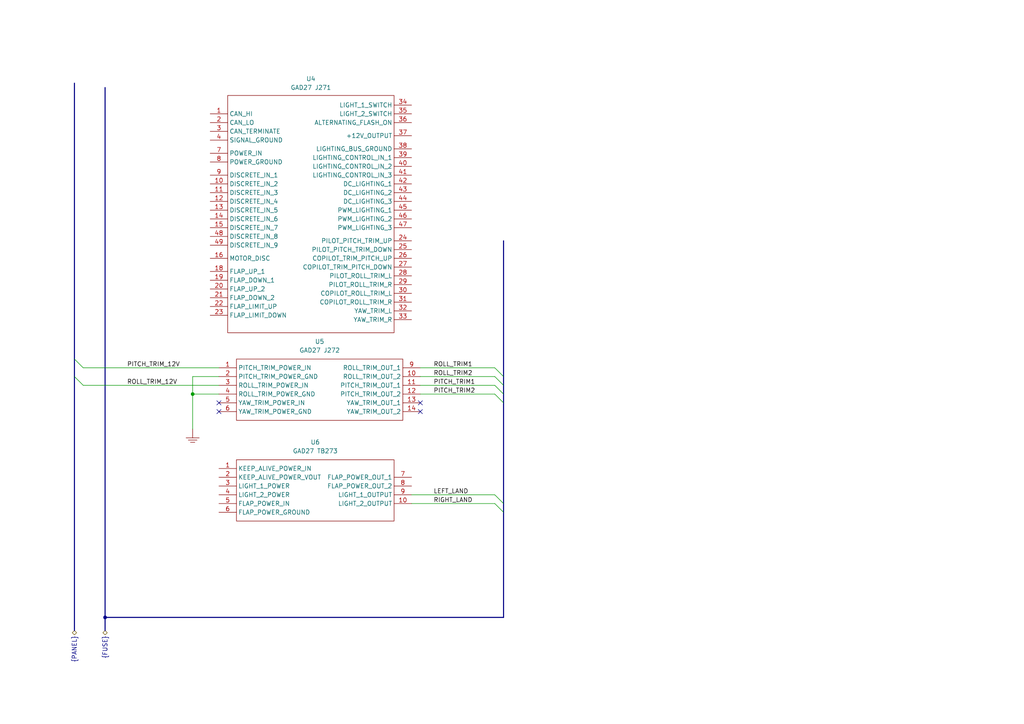
<source format=kicad_sch>
(kicad_sch (version 20250114) (generator "eeschema") (generator_version "9.0")
  (paper "A4")
  (title_block (title "RV-7 Electrical") (date "2025-08-19") (rev "1") (company "Ivan Dubrov"))
  (lib_symbols
    (symbol "Garmin:GAD27_J271"
      (property "Reference" "U" (at 0 34.036 0))
      (symbol "GAD27_J271_1_0"
        (pin bidirectional line (at -29.21 26.67 0) (length 5.08) (name "CAN_HI") (number "1"))
        (pin bidirectional line (at -29.21 24.13 0) (length 5.08) (name "CAN_LO") (number "2"))
        (pin unspecified line (at -29.21 21.59 0) (length 5.08) (name "CAN_TERMINATE") (number "3"))
        (pin unspecified line (at -29.21 19.05 0) (length 5.08) (name "SIGNAL_GROUND") (number "4"))
        (pin power_in line (at -29.21 15.24 0) (length 5.08) (name "POWER_IN") (number "7"))
        (pin unspecified line (at -29.21 12.7 0) (length 5.08) (name "POWER_GROUND") (number "8"))
        (pin input line (at -29.21 8.89 0) (length 5.08) (name "DISCRETE_IN_1") (number "9"))
        (pin input line (at -29.21 6.35 0) (length 5.08) (name "DISCRETE_IN_2") (number "10"))
        (pin input line (at -29.21 3.81 0) (length 5.08) (name "DISCRETE_IN_3") (number "11"))
        (pin input line (at -29.21 1.27 0) (length 5.08) (name "DISCRETE_IN_4") (number "12"))
        (pin input line (at -29.21 -1.27 0) (length 5.08) (name "DISCRETE_IN_5") (number "13"))
        (pin input line (at -29.21 -3.81 0) (length 5.08) (name "DISCRETE_IN_6") (number "14"))
        (pin input line (at -29.21 -6.35 0) (length 5.08) (name "DISCRETE_IN_7") (number "15"))
        (pin input line (at -29.21 -8.89 0) (length 5.08) (name "DISCRETE_IN_8") (number "48"))
        (pin input line (at -29.21 -11.43 0) (length 5.08) (name "DISCRETE_IN_9") (number "49"))
        (pin input line (at -29.21 -15.24 0) (length 5.08) (name "MOTOR_DISC") (number "16"))
        (pin input line (at -29.21 -19.05 0) (length 5.08) (name "FLAP_UP_1") (number "18"))
        (pin input line (at -29.21 -21.59 0) (length 5.08) (name "FLAP_DOWN_1") (number "19"))
        (pin input line (at -29.21 -24.13 0) (length 5.08) (name "FLAP_UP_2") (number "20"))
        (pin input line (at -29.21 -26.67 0) (length 5.08) (name "FLAP_DOWN_2") (number "21"))
        (pin input line (at -29.21 -29.21 0) (length 5.08) (name "FLAP_LIMIT_UP") (number "22"))
        (pin input line (at -29.21 -31.75 0) (length 5.08) (name "FLAP_LIMIT_DOWN") (number "23"))
        (pin input line (at 29.21 29.21 180) (length 5.08) (name "LIGHT_1_SWITCH") (number "34"))
        (pin input line (at 29.21 26.67 180) (length 5.08) (name "LIGHT_2_SWITCH") (number "35"))
        (pin input line (at 29.21 24.13 180) (length 5.08) (name "ALTERNATING_FLASH_ON") (number "36"))
        (pin output line (at 29.21 20.32 180) (length 5.08) (name "+12V_OUTPUT") (number "37"))
        (pin power_out line (at 29.21 16.51 180) (length 5.08) (name "LIGHTING_BUS_GROUND") (number "38"))
        (pin input line (at 29.21 13.97 180) (length 5.08) (name "LIGHTING_CONTROL_IN_1") (number "39"))
        (pin input line (at 29.21 11.43 180) (length 5.08) (name "LIGHTING_CONTROL_IN_2") (number "40"))
        (pin input line (at 29.21 8.89 180) (length 5.08) (name "LIGHTING_CONTROL_IN_3") (number "41"))
        (pin output line (at 29.21 6.35 180) (length 5.08) (name "DC_LIGHTING_1") (number "42"))
        (pin output line (at 29.21 3.81 180) (length 5.08) (name "DC_LIGHTING_2") (number "43"))
        (pin output line (at 29.21 1.27 180) (length 5.08) (name "DC_LIGHTING_3") (number "44"))
        (pin output line (at 29.21 -1.27 180) (length 5.08) (name "PWM_LIGHTING_1") (number "45"))
        (pin output line (at 29.21 -3.81 180) (length 5.08) (name "PWM_LIGHTING_2") (number "46"))
        (pin output line (at 29.21 -6.35 180) (length 5.08) (name "PWM_LIGHTING_3") (number "47"))
        (pin input line (at 29.21 -10.16 180) (length 5.08) (name "PILOT_PITCH_TRIM_UP") (number "24"))
        (pin input line (at 29.21 -12.7 180) (length 5.08) (name "PILOT_PITCH_TRIM_DOWN") (number "25"))
        (pin input line (at 29.21 -15.24 180) (length 5.08) (name "COPILOT_TRIM_PITCH_UP") (number "26"))
        (pin input line (at 29.21 -17.78 180) (length 5.08) (name "COPILOT_TRIM_PITCH_DOWN") (number "27"))
        (pin input line (at 29.21 -20.32 180) (length 5.08) (name "PILOT_ROLL_TRIM_L") (number "28"))
        (pin input line (at 29.21 -22.86 180) (length 5.08) (name "PILOT_ROLL_TRIM_R") (number "29"))
        (pin input line (at 29.21 -25.4 180) (length 5.08) (name "COPILOT_ROLL_TRIM_L") (number "30"))
        (pin input line (at 29.21 -27.94 180) (length 5.08) (name "COPILOT_ROLL_TRIM_R") (number "31"))
        (pin input line (at 29.21 -30.48 180) (length 5.08) (name "YAW_TRIM_L") (number "32"))
        (pin input line (at 29.21 -33.02 180) (length 5.08) (name "YAW_TRIM_R") (number "33"))
      )
      (symbol "GAD27_J271_1_1"
        (rectangle (start -24.13 32.004) (end 24.13 -36.83))
      )
    )
    (symbol "Garmin:GAD27_J272"
      (property "Reference" "U" (at 0 11.176 0))
      (symbol "GAD27_J272_1_0"
        (pin power_in line (at -29.21 6.35 0) (length 5.08) (name "PITCH_TRIM_POWER_IN") (number "1"))
        (pin power_in line (at -29.21 3.81 0) (length 5.08) (name "PITCH_TRIM_POWER_GND") (number "2"))
        (pin power_in line (at -29.21 1.27 0) (length 5.08) (name "ROLL_TRIM_POWER_IN") (number "3"))
        (pin power_in line (at -29.21 -1.27 0) (length 5.08) (name "ROLL_TRIM_POWER_GND") (number "4"))
        (pin power_in line (at -29.21 -3.81 0) (length 5.08) (name "YAW_TRIM_POWER_IN") (number "5"))
        (pin power_in line (at -29.21 -6.35 0) (length 5.08) (name "YAW_TRIM_POWER_GND") (number "6"))
        (pin power_out line (at 29.21 6.35 180) (length 5.08) (name "ROLL_TRIM_OUT_1") (number "9"))
        (pin power_out line (at 29.21 3.81 180) (length 5.08) (name "ROLL_TRIM_OUT_2") (number "10"))
        (pin power_out line (at 29.21 1.27 180) (length 5.08) (name "PITCH_TRIM_OUT_1") (number "11"))
        (pin power_out line (at 29.21 -1.27 180) (length 5.08) (name "PITCH_TRIM_OUT_2") (number "12"))
        (pin power_out line (at 29.21 -3.81 180) (length 5.08) (name "YAW_TRIM_OUT_1") (number "13"))
        (pin power_out line (at 29.21 -6.35 180) (length 5.08) (name "YAW_TRIM_OUT_2") (number "14"))
      )
      (symbol "GAD27_J272_1_1"
        (rectangle (start -24.13 8.89) (end 24.13 -8.89))
      )
    )
    (symbol "Garmin:GAD27_TB273"
      (property "Reference" "U" (at 0 11.938 0))
      (symbol "GAD27_TB273_1_0"
        (pin power_in line (at -27.94 7.62 0) (length 5.08) (name "KEEP_ALIVE_POWER_IN") (number "1"))
        (pin power_out line (at -27.94 5.08 0) (length 5.08) (name "KEEP_ALIVE_POWER_VOUT") (number "2"))
        (pin power_in line (at -27.94 2.54 0) (length 5.08) (name "LIGHT_1_POWER") (number "3"))
        (pin power_in line (at -27.94 0 0) (length 5.08) (name "LIGHT_2_POWER") (number "4"))
        (pin power_in line (at -27.94 -2.54 0) (length 5.08) (name "FLAP_POWER_IN") (number "5"))
        (pin unspecified line (at -27.94 -5.08 0) (length 5.08) (name "FLAP_POWER_GROUND") (number "6"))
        (pin power_out line (at 27.94 5.08 180) (length 5.08) (name "FLAP_POWER_OUT_1") (number "7"))
        (pin power_out line (at 27.94 2.54 180) (length 5.08) (name "FLAP_POWER_OUT_2") (number "8"))
        (pin power_out line (at 27.94 0 180) (length 5.08) (name "LIGHT_1_OUTPUT") (number "9"))
        (pin power_out line (at 27.94 -2.54 180) (length 5.08) (name "LIGHT_2_OUTPUT") (number "10"))
      )
      (symbol "GAD27_TB273_1_1"
        (rectangle (start -22.86 10.16) (end 22.86 -7.62))
      )
    )
    (symbol "Misc:GND" (power) (pin_numbers (hide yes)) (pin_names (offset 0) (hide yes))
      (symbol "GND_0_1"
        (polyline (pts (xy -1.905 -1.27) (xy 1.905 -1.27)))
        (polyline (pts (xy -1.27 -1.905) (xy 1.27 -1.905)))
        (polyline (pts (xy -0.635 -2.54) (xy 0.635 -2.54)))
        (polyline (pts (xy 0 1.27) (xy 0 -1.27)))
      )
      (symbol "GND_1_0"
        (pin power_in line (at 0 1.27 270) (length 0) (name "~") (number "1"))
      )
    )
  )
  (junction (at 30.48 179.07))
  (junction (at 55.88 114.3))
  (no_connect (at 63.5 119.38))
  (no_connect (at 121.92 119.38))
  (no_connect (at 121.92 116.84))
  (no_connect (at 63.5 116.84))
  (bus_entry (at 146.05 146.05) (size -2.54 -2.54))
  (bus_entry (at 21.59 109.22) (size 2.54 2.54))
  (bus_entry (at 146.05 114.3) (size -2.54 -2.54))
  (bus_entry (at 146.05 109.22) (size -2.54 -2.54))
  (bus_entry (at 21.59 104.14) (size 2.54 2.54))
  (bus_entry (at 146.05 148.59) (size -2.54 -2.54))
  (bus_entry (at 146.05 116.84) (size -2.54 -2.54))
  (bus_entry (at 146.05 111.76) (size -2.54 -2.54))
  (wire (pts (xy 121.92 111.76) (xy 143.51 111.76)))
  (wire (pts (xy 121.92 109.22) (xy 143.51 109.22)))
  (wire (pts (xy 63.5 114.3) (xy 55.88 114.3)))
  (bus (pts (xy 30.48 179.07) (xy 146.05 179.07)))
  (bus (pts (xy 30.48 25.4) (xy 30.48 179.07)))
  (bus (pts (xy 146.05 146.05) (xy 146.05 148.59)))
  (bus (pts (xy 146.05 109.22) (xy 146.05 111.76)))
  (bus (pts (xy 146.05 116.84) (xy 146.05 146.05)))
  (bus (pts (xy 146.05 69.85) (xy 146.05 109.22)))
  (bus (pts (xy 30.48 179.07) (xy 30.48 182.88)))
  (wire (pts (xy 24.13 111.76) (xy 63.5 111.76)))
  (bus (pts (xy 146.05 148.59) (xy 146.05 179.07)))
  (bus (pts (xy 146.05 111.76) (xy 146.05 114.3)))
  (bus (pts (xy 21.59 104.14) (xy 21.59 109.22)))
  (wire (pts (xy 119.38 146.05) (xy 143.51 146.05)))
  (wire (pts (xy 55.88 114.3) (xy 55.88 124.46)))
  (wire (pts (xy 24.13 106.68) (xy 63.5 106.68)))
  (bus (pts (xy 146.05 114.3) (xy 146.05 116.84)))
  (bus (pts (xy 21.59 109.22) (xy 21.59 182.88)))
  (bus (pts (xy 21.59 24.13) (xy 21.59 104.14)))
  (wire (pts (xy 121.92 106.68) (xy 143.51 106.68)))
  (wire (pts (xy 119.38 143.51) (xy 143.51 143.51)))
  (wire (pts (xy 121.92 114.3) (xy 143.51 114.3)))
  (wire (pts (xy 55.88 109.22) (xy 55.88 114.3)))
  (wire (pts (xy 63.5 109.22) (xy 55.88 109.22)))
  (label "ROLL_TRIM2" (at 125.73 109.22 0))
  (label "ROLL_TRIM_12V" (at 36.83 111.76 0))
  (label "ROLL_TRIM1" (at 125.73 106.68 0))
  (label "RIGHT_LAND" (at 125.73 146.05 0))
  (label "PITCH_TRIM_12V" (at 36.83 106.68 0))
  (label "LEFT_LAND" (at 125.73 143.51 0))
  (label "PITCH_TRIM2" (at 125.73 114.3 0))
  (label "PITCH_TRIM1" (at 125.73 111.76 0))
  (hierarchical_label "{FUSE}" (shape bidirectional) (at 30.48 182.88 270))
  (hierarchical_label "{PANEL}" (shape bidirectional) (at 21.59 182.88 270))
  (symbol (lib_id "Garmin:GAD27_J271") (at 90.17 59.69 0) (unit 1)
    (property "Reference" "U4" (at 90.17 22.86 0))
    (property "Value" "GAD27 J271" (at 90.17 25.4 0))
  )
  (symbol (lib_id "Garmin:GAD27_TB273") (at 91.44 143.51 0) (unit 1)
    (property "Reference" "U6" (at 91.44 128.27 0))
    (property "Value" "GAD27 TB273" (at 91.44 130.81 0))
  )
  (symbol (lib_id "Misc:GND") (at 55.88 125.73 0) (unit 1)
    (property "Reference" "#PWR012" (effects (hide yes)))
    (property "Value" "GND" (effects (hide yes)))
  )
  (symbol (lib_id "Garmin:GAD27_J272") (at 92.71 113.03 0) (unit 1)
    (property "Reference" "U5" (at 92.71 99.06 0))
    (property "Value" "GAD27 J272" (at 92.71 101.6 0))
  )
)
</source>
